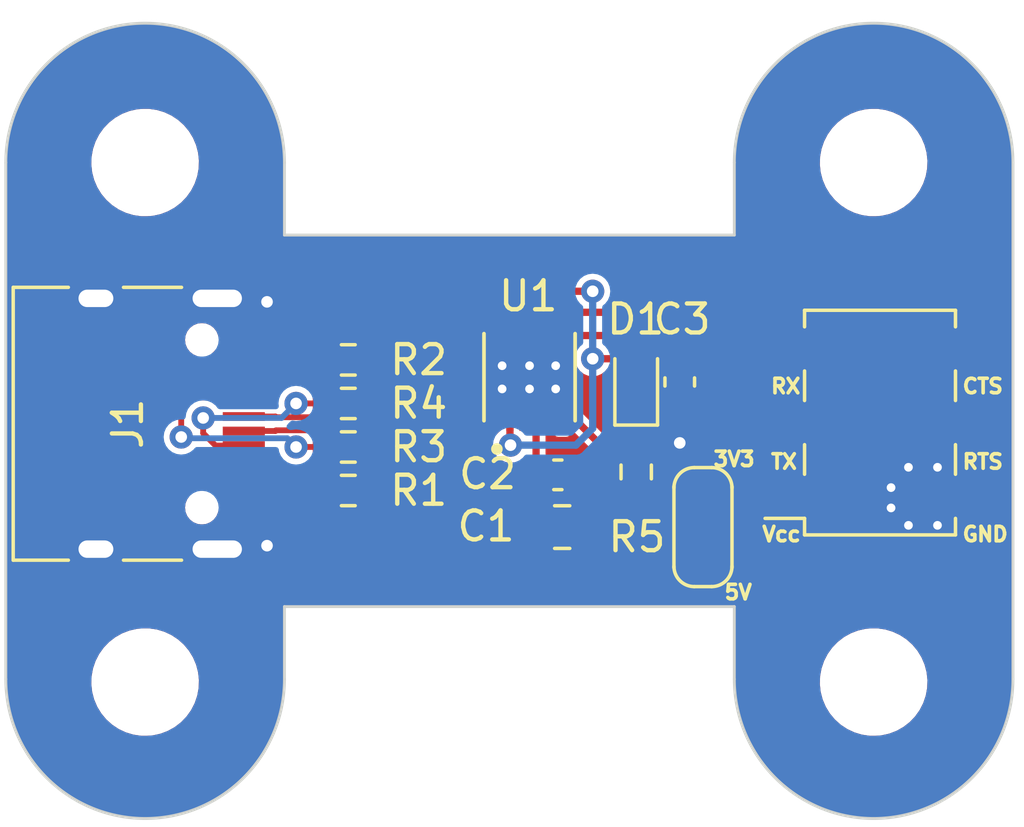
<source format=kicad_pcb>
(kicad_pcb (version 20221018) (generator pcbnew)
  (layers (0 "F.Cu" signal) (31 "B.Cu" signal) (34 "B.Paste" user) (35 "F.Paste" user) (36 "B.SilkS" user "B.Silkscreen") (37 "F.SilkS" user "F.Silkscreen") (38 "B.Mask" user) (39 "F.Mask" user) (44 "Edge.Cuts" user))
  (net 0 "")
  (net 1 "/5v")
  (net 2 "GND")
  (net 3 "/3v3")
  (net 4 "Net-(D1-K)")
  (net 5 "Net-(J1-CC1)")
  (net 6 "/D+")
  (net 7 "/D-")
  (net 9 "Net-(J1-CC2)")
  (net 11 "Net-(U1-USBDM)")
  (net 12 "Net-(U1-USBDP)")
  (net 13 "/LED")
  (net 14 "Net-(J3-Pin_1)")
  (net 15 "/RX")
  (net 16 "/RTS")
  (net 17 "/TX")
  (net 18 "/CTS")
  (footprint "Resistor_SMD:R_0603_1608Metric" (layer "F.Cu") (at 118.6 78.7)
    (fp_text reference "R2" (at 2.425 0) (layer "F.SilkS"))
    (fp_text value "5k1")
    (fp_line (start -0.237258 -0.5225) (end 0.237258 -0.5225) (stroke (width 0.12)) (layer "F.SilkS"))
    (fp_line (start -0.237258 0.5225) (end 0.237258 0.5225) (stroke (width 0.12)) (layer "F.SilkS"))
    (pad "1" smd roundrect (at -0.825 0) (size 0.8 0.95) (layers "F.Cu" "F.Paste" "F.Mask") (net 5 "Net-(J1-CC1)"))
    (pad "2" smd roundrect (at 0.825 0) (size 0.8 0.95) (layers "F.Cu" "F.Paste" "F.Mask") (net 2 "GND"))
  )
  (footprint "MountingHole:MountingHole_3.2mm_M3" (layer "F.Cu") (at 136.7 71.9)
    (fp_text reference "H2" hide)
    (fp_text value "MountingHole" hide)
    (pad "" np_thru_hole circle (at 0 0) (size 3.2 3.2) (drill 3.2) (layers "*.Cu" "*.Mask"))
  )
  (footprint "Jumper:SolderJumper-3_P1.3mm_Open_RoundedPad1.0x1.5mm_NumberLabels" (layer "F.Cu") (at 130.82 84.46 90)
    (fp_text reference "JP1" hide)
    (fp_text value "SolderJumper_3_Open" hide)
    (fp_line (start -2.05 0.3) (end -2.05 -0.3) (stroke (width 0.12)) (layer "F.SilkS"))
    (fp_line (start -1.4 -1) (end 1.4 -1) (stroke (width 0.12)) (layer "F.SilkS"))
    (fp_line (start 1.4 1) (end -1.4 1) (stroke (width 0.12)) (layer "F.SilkS"))
    (fp_line (start 2.05 -0.3) (end 2.05 0.3) (stroke (width 0.12)) (layer "F.SilkS"))
    (fp_arc (start -2.05 -0.3) (mid -1.844975 -0.794975) (end -1.35 -1) (stroke (width 0.12)) (layer "F.SilkS"))
    (fp_arc (start -1.35 1) (mid -1.844975 0.794975) (end -2.05 0.3) (stroke (width 0.12)) (layer "F.SilkS"))
    (fp_arc (start 1.35 -1) (mid 1.844975 -0.794975) (end 2.05 -0.3) (stroke (width 0.12)) (layer "F.SilkS"))
    (fp_arc (start 2.05 0.3) (mid 1.844975 0.794975) (end 1.35 1) (stroke (width 0.12)) (layer "F.SilkS"))
    (pad "1" smd custom (at -1.3 0 90) (size 1 0.5) (layers "F.Cu" "F.Mask") (net 1 "/5v") (options (clearance outline) (anchor rect)) (primitives (gr_circle (center 0 0.25) (end 0.5 0.25) (width 0) (fill yes)) (gr_circle (center 0 -0.25) (end 0.5 -0.25) (width 0) (fill yes)) (gr_poly (pts (xy 0.55 0.75) (xy 0 0.75) (xy 0 -0.75) (xy 0.55 -0.75)) (width 0) (fill yes))))
    (pad "2" smd rect (at 0 0 90) (size 1 1.5) (layers "F.Cu" "F.Mask") (net 14 "Net-(J3-Pin_1)"))
    (pad "3" smd custom (at 1.3 0 90) (size 1 0.5) (layers "F.Cu" "F.Mask") (net 3 "/3v3") (options (clearance outline) (anchor rect)) (primitives (gr_circle (center 0 0.25) (end 0.5 0.25) (width 0) (fill yes)) (gr_circle (center 0 -0.25) (end 0.5 -0.25) (width 0) (fill yes)) (gr_poly (pts (xy 0 0.75) (xy -0.55 0.75) (xy -0.55 -0.75) (xy 0 -0.75)) (width 0) (fill yes))))
  )
  (footprint "Connector_PinSocket_2.54mm:PinSocket_2x03_P2.54mm_Vertical_SMD" (layer "F.Cu") (at 136.92 80.86 180)
    (fp_text reference "J3" hide)
    (fp_text value "Conn_02x03_Odd_Even" hide)
    (fp_line (start -2.6 -3.87) (end -2.6 -3.3) (stroke (width 0.12)) (layer "F.SilkS"))
    (fp_line (start -2.6 -3.87) (end 2.6 -3.87) (stroke (width 0.12)) (layer "F.SilkS"))
    (fp_line (start -2.6 -1.78) (end -2.6 -0.76) (stroke (width 0.12)) (layer "F.SilkS"))
    (fp_line (start -2.6 0.76) (end -2.6 1.78) (stroke (width 0.12)) (layer "F.SilkS"))
    (fp_line (start -2.6 3.3) (end -2.6 3.87) (stroke (width 0.12)) (layer "F.SilkS"))
    (fp_line (start -2.6 3.87) (end 2.6 3.87) (stroke (width 0.12)) (layer "F.SilkS"))
    (fp_line (start 2.6 -3.87) (end 2.6 -3.3) (stroke (width 0.12)) (layer "F.SilkS"))
    (fp_line (start 2.6 -3.3) (end 3.96 -3.3) (stroke (width 0.12)) (layer "F.SilkS"))
    (fp_line (start 2.6 -1.78) (end 2.6 -0.76) (stroke (width 0.12)) (layer "F.SilkS"))
    (fp_line (start 2.6 0.76) (end 2.6 1.78) (stroke (width 0.12)) (layer "F.SilkS"))
    (fp_line (start 2.6 3.3) (end 2.6 3.87) (stroke (width 0.12)) (layer "F.SilkS"))
    (pad "1" smd rect (at 2.52 -2.54 180) (size 3 1) (layers "F.Cu" "F.Paste" "F.Mask") (net 14 "Net-(J3-Pin_1)"))
    (pad "2" smd rect (at -2.52 -2.54 180) (size 3 1) (layers "F.Cu" "F.Paste" "F.Mask") (net 2 "GND"))
    (pad "3" smd rect (at 2.52 0 180) (size 3 1) (layers "F.Cu" "F.Paste" "F.Mask") (net 17 "/TX"))
    (pad "4" smd rect (at -2.52 0 180) (size 3 1) (layers "F.Cu" "F.Paste" "F.Mask") (net 16 "/RTS"))
    (pad "5" smd rect (at 2.52 2.54 180) (size 3 1) (layers "F.Cu" "F.Paste" "F.Mask") (net 15 "/RX"))
    (pad "6" smd rect (at -2.52 2.54 180) (size 3 1) (layers "F.Cu" "F.Paste" "F.Mask") (net 18 "/CTS"))
  )
  (footprint "Capacitor_SMD:C_0603_1608Metric" (layer "F.Cu") (at 125.82 82.66)
    (fp_text reference "C2" (at -2.42 -0.03) (layer "F.SilkS"))
    (fp_text value "100 nF" hide)
    (fp_line (start -0.14058 -0.51) (end 0.14058 -0.51) (stroke (width 0.12)) (layer "F.SilkS"))
    (fp_line (start -0.14058 0.51) (end 0.14058 0.51) (stroke (width 0.12)) (layer "F.SilkS"))
    (pad "1" smd roundrect (at -0.775 0) (size 0.9 0.95) (layers "F.Cu" "F.Paste" "F.Mask") (net 1 "/5v"))
    (pad "2" smd roundrect (at 0.775 0) (size 0.9 0.95) (layers "F.Cu" "F.Paste" "F.Mask") (net 2 "GND"))
  )
  (footprint "MountingHole:MountingHole_3.2mm_M3" (layer "F.Cu") (at 111.6 71.9)
    (fp_text reference "H4" hide)
    (fp_text value "MountingHole" hide)
    (pad "" np_thru_hole circle (at 0 0) (size 3.2 3.2) (drill 3.2) (layers "*.Cu" "*.Mask"))
  )
  (footprint "Resistor_SMD:R_0603_1608Metric" (layer "F.Cu") (at 118.6 80.2)
    (fp_text reference "R4" (at 2.425 0) (layer "F.SilkS"))
    (fp_text value "22")
    (fp_line (start -0.237258 -0.5225) (end 0.237258 -0.5225) (stroke (width 0.12)) (layer "F.SilkS"))
    (fp_line (start -0.237258 0.5225) (end 0.237258 0.5225) (stroke (width 0.12)) (layer "F.SilkS"))
    (pad "1" smd roundrect (at -0.825 0) (size 0.8 0.95) (layers "F.Cu" "F.Paste" "F.Mask") (net 6 "/D+"))
    (pad "2" smd roundrect (at 0.825 0) (size 0.8 0.95) (layers "F.Cu" "F.Paste" "F.Mask") (net 12 "Net-(U1-USBDP)"))
  )
  (footprint "Connector_USB:USB_C_Receptacle_HRO_TYPE-C-31-M-12" (layer "F.Cu") (at 110.955 80.9 -90)
    (fp_text reference "J1" (at 0 -0.045 90) (layer "F.SilkS"))
    (fp_text value "USB_C_Receptacle_USB2.0" hide)
    (fp_line (start -4.7 -1.9) (end -4.7 0.1) (stroke (width 0.12)) (layer "F.SilkS"))
    (fp_line (start -4.7 2) (end -4.7 3.9) (stroke (width 0.12)) (layer "F.SilkS"))
    (fp_line (start -4.7 3.9) (end 4.7 3.9) (stroke (width 0.12)) (layer "F.SilkS"))
    (fp_line (start 4.7 -1.9) (end 4.7 0.1) (stroke (width 0.12)) (layer "F.SilkS"))
    (fp_line (start 4.7 2) (end 4.7 3.9) (stroke (width 0.12)) (layer "F.SilkS"))
    (pad "" np_thru_hole circle (at -2.89 -2.6 270) (size 0.65 0.65) (drill 0.65) (layers "*.Cu" "*.Mask"))
    (pad "" np_thru_hole circle (at 2.89 -2.6 270) (size 0.65 0.65) (drill 0.65) (layers "*.Cu" "*.Mask"))
    (pad "A1" smd rect (at -3.25 -4.045 270) (size 0.6 1.45) (layers "F.Cu" "F.Paste" "F.Mask") (net 2 "GND"))
    (pad "A4" smd rect (at -2.45 -4.045 270) (size 0.6 1.45) (layers "F.Cu" "F.Paste" "F.Mask") (net 1 "/5v"))
    (pad "A5" smd rect (at -1.25 -4.045 270) (size 0.3 1.45) (layers "F.Cu" "F.Paste" "F.Mask") (net 5 "Net-(J1-CC1)"))
    (pad "A6" smd rect (at -0.25 -4.045 270) (size 0.3 1.45) (layers "F.Cu" "F.Paste" "F.Mask") (net 6 "/D+"))
    (pad "A7" smd rect (at 0.25 -4.045 270) (size 0.3 1.45) (layers "F.Cu" "F.Paste" "F.Mask") (net 7 "/D-"))
    (pad "A8" smd rect (at 1.25 -4.045 270) (size 0.3 1.45) (layers "F.Cu" "F.Paste" "F.Mask"))
    (pad "A9" smd rect (at 2.45 -4.045 270) (size 0.6 1.45) (layers "F.Cu" "F.Paste" "F.Mask") (net 1 "/5v"))
    (pad "A12" smd rect (at 3.25 -4.045 270) (size 0.6 1.45) (layers "F.Cu" "F.Paste" "F.Mask") (net 2 "GND"))
    (pad "B1" smd rect (at 3.25 -4.045 270) (size 0.6 1.45) (layers "F.Cu" "F.Paste" "F.Mask") (net 2 "GND"))
    (pad "B4" smd rect (at 2.45 -4.045 270) (size 0.6 1.45) (layers "F.Cu" "F.Paste" "F.Mask") (net 1 "/5v"))
    (pad "B5" smd rect (at 1.75 -4.045 270) (size 0.3 1.45) (layers "F.Cu" "F.Paste" "F.Mask") (net 9 "Net-(J1-CC2)"))
    (pad "B6" smd rect (at 0.75 -4.045 270) (size 0.3 1.45) (layers "F.Cu" "F.Paste" "F.Mask") (net 6 "/D+"))
    (pad "B7" smd rect (at -0.75 -4.045 270) (size 0.3 1.45) (layers "F.Cu" "F.Paste" "F.Mask") (net 7 "/D-"))
    (pad "B8" smd rect (at -1.75 -4.045 270) (size 0.3 1.45) (layers "F.Cu" "F.Paste" "F.Mask"))
    (pad "B9" smd rect (at -2.45 -4.045 270) (size 0.6 1.45) (layers "F.Cu" "F.Paste" "F.Mask") (net 1 "/5v"))
    (pad "B12" smd rect (at -3.25 -4.045 270) (size 0.6 1.45) (layers "F.Cu" "F.Paste" "F.Mask") (net 2 "GND"))
    (pad "S1" thru_hole oval (at -4.32 -3.13 270) (size 1 2.1) (drill oval 0.6 1.7) (layers "*.Cu" "*.Mask") (net 2 "GND"))
    (pad "S1" thru_hole oval (at -4.32 1.05 270) (size 1 1.6) (drill oval 0.6 1.2) (layers "*.Cu" "*.Mask") (net 2 "GND"))
    (pad "S1" thru_hole oval (at 4.32 -3.13 270) (size 1 2.1) (drill oval 0.6 1.7) (layers "*.Cu" "*.Mask") (net 2 "GND"))
    (pad "S1" thru_hole oval (at 4.32 1.05 270) (size 1 1.6) (drill oval 0.6 1.2) (layers "*.Cu" "*.Mask") (net 2 "GND"))
  )
  (footprint "Capacitor_SMD:C_0603_1608Metric" (layer "F.Cu") (at 130.02 79.46 -90)
    (fp_text reference "C3" (at -2.16 -0.08 -180) (layer "F.SilkS"))
    (fp_text value "100 nF" hide)
    (fp_line (start -0.14058 -0.51) (end 0.14058 -0.51) (stroke (width 0.12)) (layer "F.SilkS"))
    (fp_line (start -0.14058 0.51) (end 0.14058 0.51) (stroke (width 0.12)) (layer "F.SilkS"))
    (pad "1" smd roundrect (at -0.775 0 270) (size 0.9 0.95) (layers "F.Cu" "F.Paste" "F.Mask") (net 3 "/3v3"))
    (pad "2" smd roundrect (at 0.775 0 270) (size 0.9 0.95) (layers "F.Cu" "F.Paste" "F.Mask") (net 2 "GND"))
  )
  (footprint "Resistor_SMD:R_0603_1608Metric" (layer "F.Cu") (at 128.52 82.56 -90)
    (fp_text reference "R5" (at 2.24 -0.025 -180) (layer "F.SilkS"))
    (fp_text value "22" hide)
    (fp_line (start -0.237258 -0.5225) (end 0.237258 -0.5225) (stroke (width 0.12)) (layer "F.SilkS"))
    (fp_line (start -0.237258 0.5225) (end 0.237258 0.5225) (stroke (width 0.12)) (layer "F.SilkS"))
    (pad "1" smd roundrect (at -0.825 0 270) (size 0.8 0.95) (layers "F.Cu" "F.Paste" "F.Mask") (net 4 "Net-(D1-K)"))
    (pad "2" smd roundrect (at 0.825 0 270) (size 0.8 0.95) (layers "F.Cu" "F.Paste" "F.Mask") (net 13 "/LED"))
  )
  (footprint "Resistor_SMD:R_0603_1608Metric" (layer "F.Cu") (at 118.6 83.2)
    (fp_text reference "R1" (at 2.425 0) (layer "F.SilkS"))
    (fp_text value "5k1" hide)
    (fp_line (start -0.237258 -0.5225) (end 0.237258 -0.5225) (stroke (width 0.12)) (layer "F.SilkS"))
    (fp_line (start -0.237258 0.5225) (end 0.237258 0.5225) (stroke (width 0.12)) (layer "F.SilkS"))
    (pad "1" smd roundrect (at -0.825 0) (size 0.8 0.95) (layers "F.Cu" "F.Paste" "F.Mask") (net 9 "Net-(J1-CC2)"))
    (pad "2" smd roundrect (at 0.825 0) (size 0.8 0.95) (layers "F.Cu" "F.Paste" "F.Mask") (net 2 "GND"))
  )
  (footprint "MountingHole:MountingHole_3.2mm_M3" (layer "F.Cu") (at 136.7 89.8)
    (fp_text reference "H1" hide)
    (fp_text value "MountingHole" hide)
    (pad "" np_thru_hole circle (at 0 0) (size 3.2 3.2) (drill 3.2) (layers "*.Cu" "*.Mask"))
  )
  (footprint "footprint:SON45P300X300X80-13N" (layer "F.Cu") (at 124.845 79.295 90)
    (fp_text reference "U1" (at 2.795 -0.045 180) (layer "F.SilkS"))
    (fp_text value "FT234XD-R" hide)
    (fp_line (start -1.5 -1.57) (end 1.5 -1.57) (stroke (width 0.127)) (layer "F.SilkS"))
    (fp_line (start -1.5 1.57) (end 1.5 1.57) (stroke (width 0.127)) (layer "F.SilkS"))
    (fp_circle (center -2.475 -1.125) (end -2.375 -1.125) (stroke (width 0.2)) (fill none) (layer "F.SilkS"))
    (pad "1" smd roundrect (at -1.435 -1.125 90) (size 0.84 0.25) (layers "F.Cu" "F.Paste" "F.Mask") (roundrect_rratio 0.03) (net 11 "Net-(U1-USBDM)"))
    (pad "2" smd roundrect (at -1.435 -0.675 90) (size 0.84 0.25) (layers "F.Cu" "F.Paste" "F.Mask") (roundrect_rratio 0.03) (net 3 "/3v3"))
    (pad "3" smd roundrect (at -1.435 -0.225 90) (size 0.84 0.25) (layers "F.Cu" "F.Paste" "F.Mask") (roundrect_rratio 0.03) (net 3 "/3v3"))
    (pad "4" smd roundrect (at -1.435 0.225 90) (size 0.84 0.25) (layers "F.Cu" "F.Paste" "F.Mask") (roundrect_rratio 0.03) (net 1 "/5v"))
    (pad "5" smd roundrect (at -1.435 0.675 90) (size 0.84 0.25) (layers "F.Cu" "F.Paste" "F.Mask") (roundrect_rratio 0.03) (net 2 "GND"))
    (pad "6" smd roundrect (at -1.435 1.125 90) (size 0.84 0.25) (layers "F.Cu" "F.Paste" "F.Mask") (roundrect_rratio 0.03) (net 13 "/LED"))
    (pad "7" smd roundrect (at 1.435 1.125 90) (size 0.84 0.25) (layers "F.Cu" "F.Paste" "F.Mask") (roundrect_rratio 0.03) (net 17 "/TX"))
    (pad "8" smd roundrect (at 1.435 0.675 90) (size 0.84 0.25) (layers "F.Cu" "F.Paste" "F.Mask") (roundrect_rratio 0.03) (net 16 "/RTS"))
    (pad "9" smd roundrect (at 1.435 0.225 90) (size 0.84 0.25) (layers "F.Cu" "F.Paste" "F.Mask") (roundrect_rratio 0.03) (net 3 "/3v3"))
    (pad "10" smd roundrect (at 1.435 -0.225 90) (size 0.84 0.25) (layers "F.Cu" "F.Paste" "F.Mask") (roundrect_rratio 0.03) (net 15 "/RX"))
    (pad "11" smd roundrect (at 1.435 -0.675 90) (size 0.84 0.25) (layers "F.Cu" "F.Paste" "F.Mask") (roundrect_rratio 0.03) (net 18 "/CTS"))
    (pad "12" smd roundrect (at 1.435 -1.125 90) (size 0.84 0.25) (layers "F.Cu" "F.Paste" "F.Mask") (roundrect_rratio 0.03) (net 12 "Net-(U1-USBDP)"))
    (pad "13" smd rect (at 0 0 90) (size 1.6 2.5) (layers "F.Cu" "F.Mask") (net 2 "GND"))
  )
  (footprint "Resistor_SMD:R_0603_1608Metric" (layer "F.Cu") (at 118.6 81.7)
    (fp_text reference "R3" (at 2.425 0) (layer "F.SilkS"))
    (fp_text value "22")
    (fp_line (start -0.237258 -0.5225) (end 0.237258 -0.5225) (stroke (width 0.12)) (layer "F.SilkS"))
    (fp_line (start -0.237258 0.5225) (end 0.237258 0.5225) (stroke (width 0.12)) (layer "F.SilkS"))
    (pad "1" smd roundrect (at -0.825 0) (size 0.8 0.95) (layers "F.Cu" "F.Paste" "F.Mask") (net 7 "/D-"))
    (pad "2" smd roundrect (at 0.825 0) (size 0.8 0.95) (layers "F.Cu" "F.Paste" "F.Mask") (net 11 "Net-(U1-USBDM)"))
  )
  (footprint "Diode_SMD:D_0603_1608Metric" (layer "F.Cu") (at 128.52 79.46 90)
    (fp_text reference "D1" (at 2.16 -0.02 180) (layer "F.SilkS"))
    (fp_text value "BLUE" hide)
    (fp_line (start -1.485 -0.735) (end -1.485 0.735) (stroke (width 0.12)) (layer "F.SilkS"))
    (fp_line (start -1.485 0.735) (end 0.8 0.735) (stroke (width 0.12)) (layer "F.SilkS"))
    (fp_line (start 0.8 -0.735) (end -1.485 -0.735) (stroke (width 0.12)) (layer "F.SilkS"))
    (pad "1" smd roundrect (at -0.7875 0 90) (size 0.875 0.95) (layers "F.Cu" "F.Paste" "F.Mask") (net 4 "Net-(D1-K)"))
    (pad "2" smd roundrect (at 0.7875 0 90) (size 0.875 0.95) (layers "F.Cu" "F.Paste" "F.Mask") (net 3 "/3v3"))
  )
  (footprint "MountingHole:MountingHole_3.2mm_M3" (layer "F.Cu") (at 111.6 89.8)
    (fp_text reference "H3" hide)
    (fp_text value "MountingHole" hide)
    (pad "" np_thru_hole circle (at 0 0) (size 3.2 3.2) (drill 3.2) (layers "*.Cu" "*.Mask"))
  )
  (footprint "Capacitor_SMD:C_0805_2012Metric" (layer "F.Cu") (at 125.97 84.46)
    (fp_text reference "C1" (at -2.625 -0.03) (layer "F.SilkS"))
    (fp_text value "4.7 uF" hide)
    (fp_line (start -0.261252 -0.735) (end 0.261252 -0.735) (stroke (width 0.12)) (layer "F.SilkS"))
    (fp_line (start -0.261252 0.735) (end 0.261252 0.735) (stroke (width 0.12)) (layer "F.SilkS"))
    (pad "1" smd roundrect (at -0.95 0) (size 1 1.45) (layers "F.Cu" "F.Paste" "F.Mask") (net 1 "/5v"))
    (pad "2" smd roundrect (at 0.95 0) (size 1 1.45) (layers "F.Cu" "F.Paste" "F.Mask") (net 2 "GND"))
  )
  (gr_line (start 106.8 89.7) (end 106.8 71.9) (stroke (width 0.1)) (layer "Edge.Cuts"))
  (gr_line (start 116.4 71.9) (end 116.4 74.4) (stroke (width 0.1)) (layer "Edge.Cuts"))
  (gr_line (start 116.4 87.2) (end 131.9 87.2) (stroke (width 0.1)) (layer "Edge.Cuts"))
  (gr_line (start 131.9 87.2) (end 131.9 89.7) (stroke (width 0.1)) (layer "Edge.Cuts"))
  (gr_arc (start 116.4 89.7) (mid 111.6 94.5) (end 106.8 89.7) (stroke (width 0.1)) (layer "Edge.Cuts"))
  (gr_line (start 116.4 87.2) (end 116.4 89.7) (stroke (width 0.1)) (layer "Edge.Cuts"))
  (gr_line (start 131.9 71.9) (end 131.9 74.4) (stroke (width 0.1)) (layer "Edge.Cuts"))
  (gr_line (start 141.5 89.7) (end 141.5 71.9) (stroke (width 0.1)) (layer "Edge.Cuts"))
  (gr_arc (start 141.5 89.7) (mid 136.7 94.5) (end 131.9 89.7) (stroke (width 0.1)) (layer "Edge.Cuts"))
  (gr_arc (start 106.8 71.9) (mid 111.6 67.1) (end 116.4 71.9) (stroke (width 0.1)) (layer "Edge.Cuts"))
  (gr_arc (start 131.9 71.9) (mid 136.7 67.1) (end 141.5 71.9) (stroke (width 0.1)) (layer "Edge.Cuts"))
  (gr_line (start 116.4 74.4) (end 131.9 74.4) (stroke (width 0.1)) (layer "Edge.Cuts"))
  (gr_text "RTS" (at 139.7 82.5) (layer "F.SilkS") (effects (font (size 0.5 0.5) (thickness 0.125)) (justify left bottom)))
  (gr_text "CTS" (at 139.7 79.9) (layer "F.SilkS") (effects (font (size 0.5 0.5) (thickness 0.125)) (justify left bottom)))
  (gr_text "5V" (at 131.5 87) (layer "F.SilkS") (effects (font (size 0.5 0.5) (thickness 0.125)) (justify left bottom)))
  (gr_text "GND" (at 139.7 85) (layer "F.SilkS") (effects (font (size 0.5 0.5) (thickness 0.125)) (justify left bottom)))
  (gr_text "TX" (at 133.1 82.5) (layer "F.SilkS") (effects (font (size 0.5 0.5) (thickness 0.125)) (justify left bottom)))
  (gr_text "3V3\n" (at 131.12 82.41) (layer "F.SilkS") (effects (font (size 0.5 0.5) (thickness 0.125)) (justify left bottom)))
  (gr_text "Vcc" (at 132.8 85) (layer "F.SilkS") (effects (font (size 0.5 0.5) (thickness 0.125)) (justify left bottom)))
  (gr_text "RX" (at 133.1 79.9) (layer "F.SilkS") (effects (font (size 0.5 0.5) (thickness 0.125)) (justify left bottom)))
  (segment (start 115 78.45) (end 114.104949 78.45) (width 0.25) (layer "F.Cu") (net 1))
  (segment (start 125.02 85.76) (end 118.2355 85.76) (width 0.25) (layer "F.Cu") (net 1))
  (segment (start 111.9 80.654949) (end 111.9 81.7) (width 0.25) (layer "F.Cu") (net 1))
  (segment (start 118.2355 85.76) (end 117.93775 85.46225) (width 0.25) (layer "F.Cu") (net 1))
  (segment (start 113.2 83) (end 113.825 83) (width 0.25) (layer "F.Cu") (net 1))
  (segment (start 115 83.35) (end 115.8255 83.35) (width 0.25) (layer "F.Cu") (net 1))
  (segment (start 113.825 83) (end 114.175 83.35) (width 0.25) (layer "F.Cu") (net 1))
  (segment (start 114.175 83.35) (end 115 83.35) (width 0.25) (layer "F.Cu") (net 1))
  (segment (start 111.9 81.7) (end 113.2 83) (width 0.25) (layer "F.Cu") (net 1))
  (segment (start 114.104949 78.45) (end 111.9 80.654949) (width 0.25) (layer "F.Cu") (net 1))
  (segment (start 125.07 80.73) (end 125.07 82.635) (width 0.25) (layer "F.Cu") (net 1))
  (segment (start 115.8255 83.35) (end 117.93775 85.46225) (width 0.25) (layer "F.Cu") (net 1))
  (segment (start 125.02 85.76) (end 125.02 84.46) (width 0.25) (layer "F.Cu") (net 1))
  (segment (start 125.07 82.635) (end 125.045 82.66) (width 0.25) (layer "F.Cu") (net 1))
  (segment (start 125.02 82.685) (end 125.045 82.66) (width 0.25) (layer "F.Cu") (net 1))
  (segment (start 125.02 85.76) (end 130.82 85.76) (width 0.25) (layer "F.Cu") (net 1))
  (segment (start 125.02 84.46) (end 125.02 82.685) (width 0.25) (layer "F.Cu") (net 1))
  (segment (start 130.02 80.235) (end 130.02 81.56) (width 0.25) (layer "F.Cu") (net 2))
  (segment (start 124.945 79.295) (end 125.414774 79.295) (width 0.25) (layer "F.Cu") (net 2))
  (via (at 138.9 82.4) (size 0.5) (drill 0.3) (layers "F.Cu" "B.Cu") (net 2))
  (via (at 124.845 78.9) (size 0.5) (drill 0.3) (layers "F.Cu" "B.Cu") (net 2))
  (via (at 125.745 79.7) (size 0.5) (drill 0.3) (layers "F.Cu" "B.Cu") (net 2))
  (via (at 123.9 79.7) (size 0.5) (drill 0.3) (layers "F.Cu" "B.Cu") (net 2))
  (via (at 115.8 76.7) (size 0.8) (drill 0.4) (layers "F.Cu" "B.Cu") (net 2))
  (via (at 123.9 78.9) (size 0.5) (drill 0.3) (layers "F.Cu" "B.Cu") (net 2))
  (via (at 115.8 85.1) (size 0.8) (drill 0.4) (layers "F.Cu" "B.Cu") (net 2))
  (via (at 125.745 78.9) (size 0.5) (drill 0.3) (layers "F.Cu" "B.Cu") (net 2))
  (via (at 137.3 83.1) (size 0.5) (drill 0.3) (layers "F.Cu" "B.Cu") (net 2))
  (via (at 130.02 81.56) (size 0.8) (drill 0.4) (layers "F.Cu" "B.Cu") (net 2))
  (via (at 124.845 79.7) (size 0.5) (drill 0.3) (layers "F.Cu" "B.Cu") (net 2))
  (via (at 138.9 84.4) (size 0.5) (drill 0.3) (layers "F.Cu" "B.Cu") (net 2))
  (via (at 137.3 83.8) (size 0.5) (drill 0.3) (layers "F.Cu" "B.Cu") (net 2))
  (via (at 137.9 84.4) (size 0.5) (drill 0.3) (layers "F.Cu" "B.Cu") (net 2))
  (via (at 137.9 82.4) (size 0.5) (drill 0.3) (layers "F.Cu" "B.Cu") (net 2))
  (segment (start 124.17 81.61) (end 124.17 81.61784) (width 0.25) (layer "F.Cu") (net 3))
  (segment (start 124.17 81.61) (end 124.17 80.73) (width 0.25) (layer "F.Cu") (net 3))
  (segment (start 130.485 78.685) (end 130.82 79.02) (width 0.25) (layer "F.Cu") (net 3))
  (segment (start 128.52 78.6725) (end 128.5075 78.66) (width 0.25) (layer "F.Cu") (net 3))
  (segment (start 130.0075 78.6725) (end 130.02 78.685) (width 0.25) (layer "F.Cu") (net 3))
  (segment (start 125.6445 76.3355) (end 125.07 76.91) (width 0.25) (layer "F.Cu") (net 3))
  (segment (start 124.17 80.73) (end 124.62 80.73) (width 0.25) (layer "F.Cu") (net 3))
  (segment (start 125.07 76.91) (end 125.07 77.86) (width 0.25) (layer "F.Cu") (net 3))
  (segment (start 128.5075 78.66) (end 127.02 78.66) (width 0.25) (layer "F.Cu") (net 3))
  (segment (start 130.82 79.02) (end 130.82 83.16) (width 0.25) (layer "F.Cu") (net 3))
  (segment (start 127.02 76.3355) (end 125.6445 76.3355) (width 0.25) (layer "F.Cu") (net 3))
  (segment (start 128.52 78.6725) (end 130.0075 78.6725) (width 0.25) (layer "F.Cu") (net 3))
  (segment (start 124.17 81.61784) (end 124.189311 81.637151) (width 0.25) (layer "F.Cu") (net 3))
  (segment (start 130.02 78.685) (end 130.485 78.685) (width 0.25) (layer "F.Cu") (net 3))
  (via (at 127.02 76.3355) (size 0.8) (drill 0.4) (layers "F.Cu" "B.Cu") (net 3))
  (via (at 124.189311 81.637151) (size 0.8) (drill 0.4) (layers "F.Cu" "B.Cu") (net 3))
  (via (at 127.02 78.66) (size 0.8) (drill 0.4) (layers "F.Cu" "B.Cu") (net 3))
  (segment (start 127.02 81.06) (end 126.442849 81.637151) (width 0.25) (layer "B.Cu") (net 3))
  (segment (start 126.442849 81.637151) (end 124.189311 81.637151) (width 0.25) (layer "B.Cu") (net 3))
  (segment (start 127.02 78.66) (end 127.02 81.06) (width 0.25) (layer "B.Cu") (net 3))
  (segment (start 127.02 76.3355) (end 127.02 78.66) (width 0.25) (layer "B.Cu") (net 3))
  (segment (start 128.52 81.735) (end 128.52 80.2475) (width 0.25) (layer "F.Cu") (net 4))
  (segment (start 115 79.65) (end 116.15 79.65) (width 0.25) (layer "F.Cu") (net 5))
  (segment (start 117.1 78.7) (end 117.775 78.7) (width 0.25) (layer "F.Cu") (net 5))
  (segment (start 116.15 79.65) (end 117.1 78.7) (width 0.25) (layer "F.Cu") (net 5))
  (segment (start 115 80.65) (end 116.087501 80.65) (width 0.2) (layer "F.Cu") (net 6))
  (segment (start 116.087501 80.65) (end 116.112501 80.675) (width 0.2) (layer "F.Cu") (net 6))
  (segment (start 117.3 80.675) (end 117.775 80.2) (width 0.2) (layer "F.Cu") (net 6))
  (segment (start 116.112501 80.675) (end 117.3 80.675) (width 0.2) (layer "F.Cu") (net 6))
  (segment (start 114.025 81.65) (end 115 81.65) (width 0.2) (layer "F.Cu") (net 6))
  (segment (start 116.8 80.2) (end 117.775 80.2) (width 0.2) (layer "F.Cu") (net 6))
  (segment (start 113.6 80.7) (end 113.6 81.225) (width 0.2) (layer "F.Cu") (net 6))
  (segment (start 113.6 81.225) (end 114.025 81.65) (width 0.2) (layer "F.Cu") (net 6))
  (via (at 116.8 80.2) (size 0.8) (drill 0.4) (layers "F.Cu" "B.Cu") (net 6))
  (via (at 113.6 80.7) (size 0.8) (drill 0.4) (layers "F.Cu" "B.Cu") (net 6))
  (segment (start 116.8 80.2) (end 116.3 80.7) (width 0.2) (layer "B.Cu") (net 6))
  (segment (start 116.3 80.7) (end 113.6 80.7) (width 0.2) (layer "B.Cu") (net 6))
  (segment (start 117.3 81.125) (end 117.775 81.6) (width 0.2) (layer "F.Cu") (net 7))
  (segment (start 116.8 81.7) (end 117.775 81.7) (width 0.2) (layer "F.Cu") (net 7))
  (segment (start 116.112501 81.125) (end 117.3 81.125) (width 0.2) (layer "F.Cu") (net 7))
  (segment (start 112.843892 80.356108) (end 113.2 80) (width 0.2) (layer "F.Cu") (net 7))
  (segment (start 112.843892 81.356108) (end 112.843892 80.356108) (width 0.2) (layer "F.Cu") (net 7))
  (segment (start 114.03995 80.15) (end 115 80.15) (width 0.2) (layer "F.Cu") (net 7))
  (segment (start 115 81.15) (end 116.087501 81.15) (width 0.2) (layer "F.Cu") (net 7))
  (segment (start 116.087501 81.15) (end 116.112501 81.125) (width 0.2) (layer "F.Cu") (net 7))
  (segment (start 113.88995 80) (end 114.03995 80.15) (width 0.2) (layer "F.Cu") (net 7))
  (segment (start 113.2 80) (end 113.88995 80) (width 0.2) (layer "F.Cu") (net 7))
  (segment (start 117.775 81.6) (end 117.775 81.7) (width 0.2) (layer "F.Cu") (net 7))
  (via (at 112.843892 81.356108) (size 0.8) (drill 0.4) (layers "F.Cu" "B.Cu") (net 7))
  (via (at 116.8 81.7) (size 0.8) (drill 0.4) (layers "F.Cu" "B.Cu") (net 7))
  (segment (start 116.5 81.4) (end 116.8 81.7) (width 0.2) (layer "B.Cu") (net 7))
  (segment (start 112.843892 81.356108) (end 112.887784 81.4) (width 0.2) (layer "B.Cu") (net 7))
  (segment (start 112.887784 81.4) (end 116.5 81.4) (width 0.2) (layer "B.Cu") (net 7))
  (segment (start 115 82.65) (end 116.25 82.65) (width 0.25) (layer "F.Cu") (net 9))
  (segment (start 116.25 82.65) (end 116.9 83.3) (width 0.25) (layer "F.Cu") (net 9))
  (segment (start 116.9 83.3) (end 117.775 83.3) (width 0.25) (layer "F.Cu") (net 9))
  (segment (start 119.425 81.7) (end 123.096157 81.7) (width 0.25) (layer "F.Cu") (net 11))
  (segment (start 123.141157 81.66) (end 123.72 81.081157) (width 0.25) (layer "F.Cu") (net 11))
  (segment (start 123.72 81.081157) (end 123.72 80.73) (width 0.25) (layer "F.Cu") (net 11))
  (segment (start 119.425 80.2) (end 121.38 80.2) (width 0.25) (layer "F.Cu") (net 12))
  (segment (start 121.42 80.16) (end 123.72 77.86) (width 0.25) (layer "F.Cu") (net 12))
  (segment (start 121.38 80.2) (end 121.42 80.16) (width 0.25) (layer "F.Cu") (net 12))
  (segment (start 126.39 80.73) (end 127.72 82.06) (width 0.25) (layer "F.Cu") (net 13))
  (segment (start 125.97 80.73) (end 126.39 80.73) (width 0.25) (layer "F.Cu") (net 13))
  (segment (start 127.72 82.06) (end 127.72 82.585) (width 0.25) (layer "F.Cu") (net 13))
  (segment (start 127.72 82.585) (end 128.52 83.385) (width 0.25) (layer "F.Cu") (net 13))
  (segment (start 131.64 84.46) (end 132.7 83.4) (width 0.25) (layer "F.Cu") (net 14))
  (segment (start 132.7 83.4) (end 134.4 83.4) (width 0.25) (layer "F.Cu") (net 14))
  (segment (start 130.82 84.46) (end 131.64 84.46) (width 0.25) (layer "F.Cu") (net 14))
  (segment (start 134.4 78.32) (end 132.92 78.32) (width 0.25) (layer "F.Cu") (net 15))
  (segment (start 130.06 75.46) (end 125.42 75.46) (width 0.25) (layer "F.Cu") (net 15))
  (segment (start 124.62 76.26) (end 124.62 77.86) (width 0.25) (layer "F.Cu") (net 15))
  (segment (start 125.42 75.46) (end 124.62 76.26) (width 0.25) (layer "F.Cu") (net 15))
  (segment (start 132.92 78.32) (end 130.06 75.46) (width 0.25) (layer "F.Cu") (net 15))
  (segment (start 133.16 79.6) (end 136.7 79.6) (width 0.25) (layer "F.Cu") (net 16))
  (segment (start 125.52 77.86) (end 125.52 77.309774) (width 0.25) (layer "F.Cu") (net 16))
  (segment (start 130.62 77.06) (end 133.16 79.6) (width 0.25) (layer "F.Cu") (net 16))
  (segment (start 125.52 77.309774) (end 125.769774 77.06) (width 0.25) (layer "F.Cu") (net 16))
  (segment (start 125.769774 77.06) (end 130.62 77.06) (width 0.25) (layer "F.Cu") (net 16))
  (segment (start 136.7 79.6) (end 137.96 80.86) (width 0.25) (layer "F.Cu") (net 16))
  (segment (start 137.96 80.86) (end 139.44 80.86) (width 0.25) (layer "F.Cu") (net 16))
  (segment (start 130.447817 77.86) (end 125.97 77.86) (width 0.25) (layer "F.Cu") (net 17))
  (segment (start 131.843908 79.863908) (end 131.843908 79.256092) (width 0.25) (layer "F.Cu") (net 17))
  (segment (start 132.84 80.86) (end 131.843908 79.863908) (width 0.25) (layer "F.Cu") (net 17))
  (segment (start 134.4 80.86) (end 132.84 80.86) (width 0.25) (layer "F.Cu") (net 17))
  (segment (start 131.843908 79.256092) (end 130.447817 77.86) (width 0.25) (layer "F.Cu") (net 17))
  (segment (start 137.94 78.32) (end 134.58 74.96) (width 0.25) (layer "F.Cu") (net 18))
  (segment (start 125.283604 74.96) (end 124.17 76.073604) (width 0.25) (layer "F.Cu") (net 18))
  (segment (start 139.44 78.32) (end 137.94 78.32) (width 0.25) (layer "F.Cu") (net 18))
  (segment (start 124.17 76.073604) (end 124.17 77.86) (width 0.25) (layer "F.Cu") (net 18))
  (segment (start 134.58 74.96) (end 125.283604 74.96) (width 0.25) (layer "F.Cu") (net 18))
  (zone (net 2) (net_name "GND") (layer "F.Cu") (connect_pads yes (clearance 0.2)) (min_thickness 0.2) (fill yes (thermal_gap 0.5) (thermal_bridge_width 0.5))
    (polygon (pts (xy 106.7 66.5) (xy 141.9 66.3) (xy 141.6 94.8) (xy 106.6 94.8)))
  )
  (zone (net 2) (net_name "GND") (layer "B.Cu") (connect_pads yes (clearance 0.2)) (min_thickness 0.2) (fill yes (thermal_gap 0.5) (thermal_bridge_width 0.5))
    (polygon (pts (xy 106.8 66.5) (xy 141.6 66.3) (xy 141.6 94.8) (xy 106.8 94.7)))
  )
)
</source>
